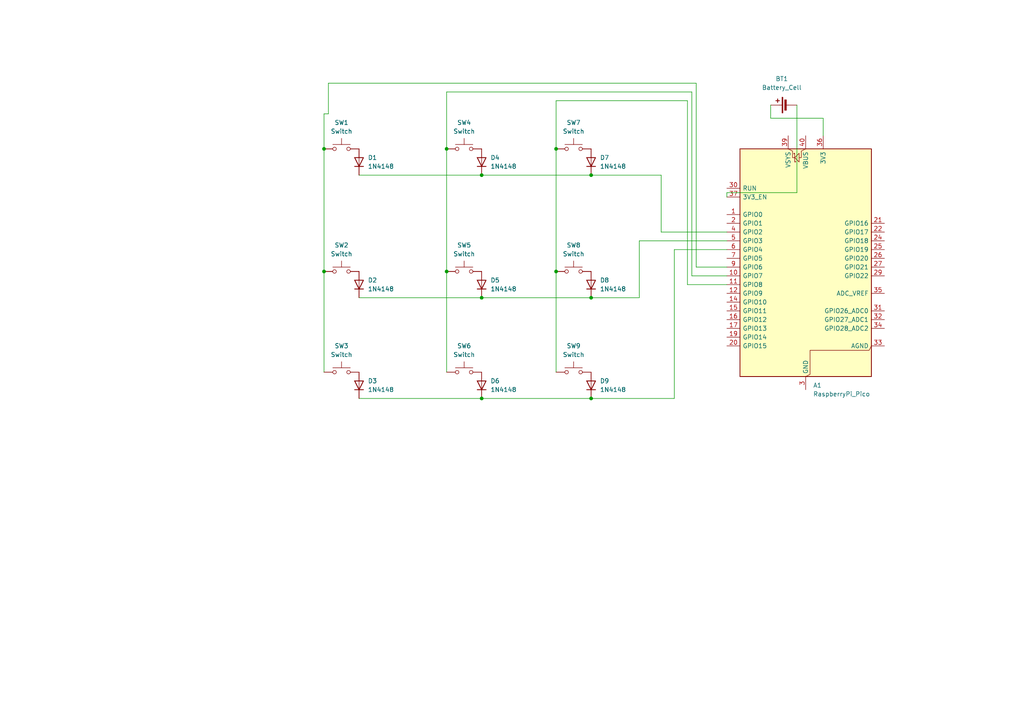
<source format=kicad_sch>
(kicad_sch (version 20250114) (generator "eeschema") (generator_version "9.0")
  (paper "A4")
  (lib_symbols
    (symbol "Device:Battery_Cell" (pin_numbers (hide yes)) (pin_names (offset 0) (hide yes))
      (property "Reference" "BT" (at 2.54 2.54 0))
      (property "Value" "Battery_Cell" (at 2.54 0 0))
      (symbol "Battery_Cell_0_1"
        (rectangle (start -2.286 1.778) (end 2.286 1.524) (fill (type outline)))
        (rectangle (start -1.524 1.016) (end 1.524 0.508) (fill (type outline)))
        (polyline (pts (xy 0 1.778) (xy 0 2.54)))
        (polyline (pts (xy 0 0.762) (xy 0 0)))
        (polyline (pts (xy 0.762 3.048) (xy 1.778 3.048)) (stroke (width 0.254)))
        (polyline (pts (xy 1.27 3.556) (xy 1.27 2.54)) (stroke (width 0.254)))
      )
      (symbol "Battery_Cell_1_1"
        (pin passive line (at 0 5.08 270) (length 2.54) (name "+") (number "1"))
        (pin passive line (at 0 -2.54 90) (length 2.54) (name "-") (number "2"))
      )
    )
    (symbol "Diode:1N4148" (pin_numbers (hide yes)) (pin_names (hide yes))
      (property "Reference" "D" (at 0 2.54 0))
      (property "Value" "1N4148" (at 0 -2.54 0))
      (symbol "1N4148_0_1"
        (polyline (pts (xy -1.27 1.27) (xy -1.27 -1.27)) (stroke (width 0.254)))
        (polyline (pts (xy 1.27 1.27) (xy 1.27 -1.27) (xy -1.27 0) (xy 1.27 1.27)) (stroke (width 0.254)))
        (polyline (pts (xy 1.27 0) (xy -1.27 0)))
      )
      (symbol "1N4148_1_1"
        (pin passive line (at -3.81 0 0) (length 2.54) (name "K") (number "1"))
        (pin passive line (at 3.81 0 180) (length 2.54) (name "A") (number "2"))
      )
    )
    (symbol "MCU_Module:RaspberryPi_Pico" (pin_names (offset 0.762))
      (property "Reference" "A" (at -19.05 35.56 0))
      (property "Value" "RaspberryPi_Pico" (at 7.62 35.56 0))
      (symbol "RaspberryPi_Pico_0_1"
        (rectangle (start -19.05 34.29) (end 19.05 -31.75) (stroke (width 0.254)) (fill (type background)))
        (polyline (pts (xy -5.08 34.29) (xy -3.81 33.655) (xy -3.81 31.75) (xy -3.175 31.75)))
        (polyline (pts (xy -3.429 32.766) (xy -3.429 33.02) (xy -3.175 33.02) (xy -3.175 30.48) (xy -2.921 30.48) (xy -2.921 30.734)))
        (polyline (pts (xy -3.175 31.75) (xy -1.905 33.02) (xy -1.905 30.48) (xy -3.175 31.75)))
        (polyline (pts (xy 0 34.29) (xy -1.27 33.655) (xy -1.27 31.75) (xy -1.905 31.75)))
        (polyline (pts (xy 0 -31.75) (xy 1.27 -31.115) (xy 1.27 -24.13) (xy 18.415 -24.13) (xy 19.05 -22.86)))
      )
      (symbol "RaspberryPi_Pico_1_1"
        (pin passive line (at -22.86 22.86 0) (length 3.81) (name "RUN") (number "30"))
        (pin passive line (at -22.86 20.32 0) (length 3.81) (name "3V3_EN") (number "37"))
        (pin bidirectional line (at -22.86 15.24 0) (length 3.81) (name "GPIO0") (number "1"))
        (pin bidirectional line (at -22.86 12.7 0) (length 3.81) (name "GPIO1") (number "2"))
        (pin bidirectional line (at -22.86 10.16 0) (length 3.81) (name "GPIO2") (number "4"))
        (pin bidirectional line (at -22.86 7.62 0) (length 3.81) (name "GPIO3") (number "5"))
        (pin bidirectional line (at -22.86 5.08 0) (length 3.81) (name "GPIO4") (number "6"))
        (pin bidirectional line (at -22.86 2.54 0) (length 3.81) (name "GPIO5") (number "7"))
        (pin bidirectional line (at -22.86 0 0) (length 3.81) (name "GPIO6") (number "9"))
        (pin bidirectional line (at -22.86 -2.54 0) (length 3.81) (name "GPIO7") (number "10"))
        (pin bidirectional line (at -22.86 -5.08 0) (length 3.81) (name "GPIO8") (number "11"))
        (pin bidirectional line (at -22.86 -7.62 0) (length 3.81) (name "GPIO9") (number "12"))
        (pin bidirectional line (at -22.86 -10.16 0) (length 3.81) (name "GPIO10") (number "14"))
        (pin bidirectional line (at -22.86 -12.7 0) (length 3.81) (name "GPIO11") (number "15"))
        (pin bidirectional line (at -22.86 -15.24 0) (length 3.81) (name "GPIO12") (number "16"))
        (pin bidirectional line (at -22.86 -17.78 0) (length 3.81) (name "GPIO13") (number "17"))
        (pin bidirectional line (at -22.86 -20.32 0) (length 3.81) (name "GPIO14") (number "19"))
        (pin bidirectional line (at -22.86 -22.86 0) (length 3.81) (name "GPIO15") (number "20"))
        (pin power_in line (at -5.08 38.1 270) (length 3.81) (name "VSYS") (number "39"))
        (pin power_out line (at 0 38.1 270) (length 3.81) (name "VBUS") (number "40"))
        (pin passive line (at 0 -35.56 90) (length 3.81) (hide yes) (name "GND") (number "13"))
        (pin passive line (at 0 -35.56 90) (length 3.81) (hide yes) (name "GND") (number "18"))
        (pin passive line (at 0 -35.56 90) (length 3.81) (hide yes) (name "GND") (number "23"))
        (pin passive line (at 0 -35.56 90) (length 3.81) (hide yes) (name "GND") (number "28"))
        (pin power_out line (at 0 -35.56 90) (length 3.81) (name "GND") (number "3"))
        (pin passive line (at 0 -35.56 90) (length 3.81) (hide yes) (name "GND") (number "38"))
        (pin passive line (at 0 -35.56 90) (length 3.81) (hide yes) (name "GND") (number "8"))
        (pin power_out line (at 5.08 38.1 270) (length 3.81) (name "3V3") (number "36"))
        (pin bidirectional line (at 22.86 12.7 180) (length 3.81) (name "GPIO16") (number "21"))
        (pin bidirectional line (at 22.86 10.16 180) (length 3.81) (name "GPIO17") (number "22"))
        (pin bidirectional line (at 22.86 7.62 180) (length 3.81) (name "GPIO18") (number "24"))
        (pin bidirectional line (at 22.86 5.08 180) (length 3.81) (name "GPIO19") (number "25"))
        (pin bidirectional line (at 22.86 2.54 180) (length 3.81) (name "GPIO20") (number "26"))
        (pin bidirectional line (at 22.86 0 180) (length 3.81) (name "GPIO21") (number "27"))
        (pin bidirectional line (at 22.86 -2.54 180) (length 3.81) (name "GPIO22") (number "29"))
        (pin power_in line (at 22.86 -7.62 180) (length 3.81) (name "ADC_VREF") (number "35"))
        (pin bidirectional line (at 22.86 -12.7 180) (length 3.81) (name "GPIO26_ADC0") (number "31"))
        (pin bidirectional line (at 22.86 -15.24 180) (length 3.81) (name "GPIO27_ADC1") (number "32"))
        (pin bidirectional line (at 22.86 -17.78 180) (length 3.81) (name "GPIO28_ADC2") (number "34"))
        (pin power_out line (at 22.86 -22.86 180) (length 3.81) (name "AGND") (number "33"))
      )
    )
    (symbol "ScottoKeebs:Placeholder_Switch" (pin_numbers (hide yes)) (pin_names (offset 1.016) (hide yes))
      (property "Reference" "SW" (at 1.27 2.54 0))
      (property "Value" "Switch" (at 0 -1.524 0))
      (symbol "Placeholder_Switch_0_1"
        (circle (center -2.032 0) (radius 0.508))
        (polyline (pts (xy 0 1.27) (xy 0 3.048)))
        (circle (center 2.032 0) (radius 0.508))
        (polyline (pts (xy 2.54 1.27) (xy -2.54 1.27)))
        (pin passive line (at -5.08 0 0) (length 2.54) (name "1") (number "1"))
        (pin passive line (at 5.08 0 180) (length 2.54) (name "2") (number "2"))
      )
    )
  )
  (junction (at 171.45 115.57))
  (junction (at 161.29 78.74))
  (junction (at 93.98 43.18))
  (junction (at 171.45 50.8))
  (junction (at 161.29 43.18))
  (junction (at 139.7 115.57))
  (junction (at 171.45 86.36))
  (junction (at 93.98 78.74))
  (junction (at 129.54 43.18))
  (junction (at 139.7 86.36))
  (junction (at 139.7 50.8))
  (junction (at 129.54 78.74))
  (wire (pts (xy 95.25 24.13) (xy 201.93 24.13)))
  (wire (pts (xy 191.77 50.8) (xy 191.77 67.31)))
  (wire (pts (xy 195.58 115.57) (xy 195.58 72.39)))
  (wire (pts (xy 95.25 33.02) (xy 95.25 24.13)))
  (wire (pts (xy 139.7 50.8) (xy 171.45 50.8)))
  (wire (pts (xy 185.42 86.36) (xy 171.45 86.36)))
  (wire (pts (xy 210.82 55.88) (xy 210.82 57.15)))
  (wire (pts (xy 200.66 80.01) (xy 210.82 80.01)))
  (wire (pts (xy 199.39 29.21) (xy 199.39 82.55)))
  (wire (pts (xy 185.42 86.36) (xy 185.42 69.85)))
  (wire (pts (xy 200.66 26.67) (xy 200.66 80.01)))
  (wire (pts (xy 104.14 50.8) (xy 139.7 50.8)))
  (wire (pts (xy 129.54 26.67) (xy 200.66 26.67)))
  (wire (pts (xy 95.25 33.02) (xy 93.98 33.02)))
  (wire (pts (xy 238.76 34.29) (xy 238.76 39.37)))
  (wire (pts (xy 129.54 43.18) (xy 129.54 78.74)))
  (wire (pts (xy 93.98 33.02) (xy 93.98 43.18)))
  (wire (pts (xy 231.14 55.88) (xy 210.82 55.88)))
  (wire (pts (xy 231.14 30.48) (xy 231.14 55.88)))
  (wire (pts (xy 139.7 86.36) (xy 171.45 86.36)))
  (wire (pts (xy 161.29 43.18) (xy 161.29 78.74)))
  (wire (pts (xy 104.14 115.57) (xy 139.7 115.57)))
  (wire (pts (xy 195.58 72.39) (xy 210.82 72.39)))
  (wire (pts (xy 93.98 43.18) (xy 93.98 78.74)))
  (wire (pts (xy 139.7 115.57) (xy 171.45 115.57)))
  (wire (pts (xy 199.39 82.55) (xy 210.82 82.55)))
  (wire (pts (xy 185.42 69.85) (xy 210.82 69.85)))
  (wire (pts (xy 129.54 78.74) (xy 129.54 107.95)))
  (wire (pts (xy 201.93 24.13) (xy 201.93 77.47)))
  (wire (pts (xy 171.45 115.57) (xy 195.58 115.57)))
  (wire (pts (xy 161.29 29.21) (xy 161.29 43.18)))
  (wire (pts (xy 93.98 78.74) (xy 93.98 107.95)))
  (wire (pts (xy 201.93 77.47) (xy 210.82 77.47)))
  (wire (pts (xy 223.52 30.48) (xy 223.52 34.29)))
  (wire (pts (xy 129.54 26.67) (xy 129.54 43.18)))
  (wire (pts (xy 104.14 86.36) (xy 139.7 86.36)))
  (wire (pts (xy 223.52 34.29) (xy 238.76 34.29)))
  (wire (pts (xy 161.29 78.74) (xy 161.29 107.95)))
  (wire (pts (xy 161.29 29.21) (xy 199.39 29.21)))
  (wire (pts (xy 171.45 50.8) (xy 191.77 50.8)))
  (wire (pts (xy 191.77 67.31) (xy 210.82 67.31)))
  (symbol (lib_id "Diode:1N4148") (at 171.45 82.55 90) (unit 1)
    (property "Reference" "D8" (at 173.99 81.2799 90) (effects (justify right)))
    (property "Value" "1N4148" (at 173.99 83.8199 90) (effects (justify right)))
    (property "Footprint" "Diode_THT:D_DO-35_SOD27_P7.62mm_Horizontal" (effects (hide yes)))
    (property "Datasheet" "https://assets.nexperia.com/documents/data-sheet/1N4148_1N4448.pdf" (effects (hide yes)))
    (property "Description" "100V 0.15A standard switching diode, DO-35" (effects (hide yes)))
    (property "Sim.Device" "D" (effects (hide yes)))
    (property "Sim.Pins" "1=K 2=A" (effects (hide yes)))
  )
  (symbol (lib_id "Diode:1N4148") (at 139.7 46.99 90) (unit 1)
    (property "Reference" "D4" (at 142.24 45.7199 90) (effects (justify right)))
    (property "Value" "1N4148" (at 142.24 48.2599 90) (effects (justify right)))
    (property "Footprint" "Diode_THT:D_DO-35_SOD27_P7.62mm_Horizontal" (effects (hide yes)))
    (property "Datasheet" "https://assets.nexperia.com/documents/data-sheet/1N4148_1N4448.pdf" (effects (hide yes)))
    (property "Description" "100V 0.15A standard switching diode, DO-35" (effects (hide yes)))
    (property "Sim.Device" "D" (effects (hide yes)))
    (property "Sim.Pins" "1=K 2=A" (effects (hide yes)))
  )
  (symbol (lib_id "ScottoKeebs:Placeholder_Switch") (at 99.06 43.18 0) (unit 1)
    (property "Reference" "SW1" (at 99.06 35.56 0))
    (property "Value" "Switch" (at 99.06 38.1 0))
    (property "Footprint" "ScottoKeebs_MX:MX_PCB_1.00u" (effects (hide yes)))
    (property "Description" "Push button switch, generic, two pins" (effects (hide yes)))
  )
  (symbol (lib_id "Diode:1N4148") (at 139.7 111.76 90) (unit 1)
    (property "Reference" "D6" (at 142.24 110.4899 90) (effects (justify right)))
    (property "Value" "1N4148" (at 142.24 113.0299 90) (effects (justify right)))
    (property "Footprint" "Diode_THT:D_DO-35_SOD27_P7.62mm_Horizontal" (effects (hide yes)))
    (property "Datasheet" "https://assets.nexperia.com/documents/data-sheet/1N4148_1N4448.pdf" (effects (hide yes)))
    (property "Description" "100V 0.15A standard switching diode, DO-35" (effects (hide yes)))
    (property "Sim.Device" "D" (effects (hide yes)))
    (property "Sim.Pins" "1=K 2=A" (effects (hide yes)))
  )
  (symbol (lib_id "Device:Battery_Cell") (at 228.6 30.48 90) (unit 1)
    (property "Reference" "BT1" (at 226.7585 22.86 90))
    (property "Value" "Battery_Cell" (at 226.7585 25.4 90))
    (property "Description" "Single-cell battery" (effects (hide yes)))
  )
  (symbol (lib_id "Diode:1N4148") (at 104.14 46.99 90) (unit 1)
    (property "Reference" "D1" (at 106.68 45.7199 90) (effects (justify right)))
    (property "Value" "1N4148" (at 106.68 48.2599 90) (effects (justify right)))
    (property "Footprint" "Diode_THT:D_DO-35_SOD27_P7.62mm_Horizontal" (effects (hide yes)))
    (property "Datasheet" "https://assets.nexperia.com/documents/data-sheet/1N4148_1N4448.pdf" (effects (hide yes)))
    (property "Description" "100V 0.15A standard switching diode, DO-35" (effects (hide yes)))
    (property "Sim.Device" "D" (effects (hide yes)))
    (property "Sim.Pins" "1=K 2=A" (effects (hide yes)))
  )
  (symbol (lib_id "ScottoKeebs:Placeholder_Switch") (at 166.37 43.18 0) (unit 1)
    (property "Reference" "SW7" (at 166.37 35.56 0))
    (property "Value" "Switch" (at 166.37 38.1 0))
    (property "Footprint" "ScottoKeebs_MX:MX_PCB_1.00u" (effects (hide yes)))
    (property "Description" "Push button switch, generic, two pins" (effects (hide yes)))
  )
  (symbol (lib_id "MCU_Module:RaspberryPi_Pico") (at 233.68 77.47 0) (unit 1)
    (property "Reference" "A1" (at 235.8233 111.76 0) (effects (justify left)))
    (property "Value" "RaspberryPi_Pico" (at 235.8233 114.3 0) (effects (justify left)))
    (property "Footprint" "Module:RaspberryPi_Pico_Common_Unspecified" (effects (hide yes)))
    (property "Datasheet" "https://datasheets.raspberrypi.com/pico/pico-datasheet.pdf" (effects (hide yes)))
    (property "Description" "Versatile and inexpensive microcontroller module powered by RP2040 dual-core Arm Cortex-M0+ processor up to 133 MHz, 264kB SRAM, 2MB QSPI flash; also supports Raspberry Pi Pico 2" (effects (hide yes)))
  )
  (symbol (lib_id "ScottoKeebs:Placeholder_Switch") (at 99.06 107.95 0) (unit 1)
    (property "Reference" "SW3" (at 99.06 100.33 0))
    (property "Value" "Switch" (at 99.06 102.87 0))
    (property "Footprint" "ScottoKeebs_MX:MX_PCB_1.00u" (effects (hide yes)))
    (property "Description" "Push button switch, generic, two pins" (effects (hide yes)))
  )
  (symbol (lib_id "ScottoKeebs:Placeholder_Switch") (at 166.37 107.95 0) (unit 1)
    (property "Reference" "SW9" (at 166.37 100.33 0))
    (property "Value" "Switch" (at 166.37 102.87 0))
    (property "Footprint" "ScottoKeebs_MX:MX_PCB_1.00u" (effects (hide yes)))
    (property "Description" "Push button switch, generic, two pins" (effects (hide yes)))
  )
  (symbol (lib_id "ScottoKeebs:Placeholder_Switch") (at 166.37 78.74 0) (unit 1)
    (property "Reference" "SW8" (at 166.37 71.12 0))
    (property "Value" "Switch" (at 166.37 73.66 0))
    (property "Footprint" "ScottoKeebs_MX:MX_PCB_1.00u" (effects (hide yes)))
    (property "Description" "Push button switch, generic, two pins" (effects (hide yes)))
  )
  (symbol (lib_id "Diode:1N4148") (at 104.14 82.55 90) (unit 1)
    (property "Reference" "D2" (at 106.68 81.2799 90) (effects (justify right)))
    (property "Value" "1N4148" (at 106.68 83.8199 90) (effects (justify right)))
    (property "Footprint" "Diode_THT:D_DO-35_SOD27_P7.62mm_Horizontal" (effects (hide yes)))
    (property "Datasheet" "https://assets.nexperia.com/documents/data-sheet/1N4148_1N4448.pdf" (effects (hide yes)))
    (property "Description" "100V 0.15A standard switching diode, DO-35" (effects (hide yes)))
    (property "Sim.Device" "D" (effects (hide yes)))
    (property "Sim.Pins" "1=K 2=A" (effects (hide yes)))
  )
  (symbol (lib_id "Diode:1N4148") (at 171.45 46.99 90) (unit 1)
    (property "Reference" "D7" (at 173.99 45.7199 90) (effects (justify right)))
    (property "Value" "1N4148" (at 173.99 48.2599 90) (effects (justify right)))
    (property "Footprint" "Diode_THT:D_DO-35_SOD27_P7.62mm_Horizontal" (effects (hide yes)))
    (property "Datasheet" "https://assets.nexperia.com/documents/data-sheet/1N4148_1N4448.pdf" (effects (hide yes)))
    (property "Description" "100V 0.15A standard switching diode, DO-35" (effects (hide yes)))
    (property "Sim.Device" "D" (effects (hide yes)))
    (property "Sim.Pins" "1=K 2=A" (effects (hide yes)))
  )
  (symbol (lib_id "Diode:1N4148") (at 171.45 111.76 90) (unit 1)
    (property "Reference" "D9" (at 173.99 110.4899 90) (effects (justify right)))
    (property "Value" "1N4148" (at 173.99 113.0299 90) (effects (justify right)))
    (property "Footprint" "Diode_THT:D_DO-35_SOD27_P7.62mm_Horizontal" (effects (hide yes)))
    (property "Datasheet" "https://assets.nexperia.com/documents/data-sheet/1N4148_1N4448.pdf" (effects (hide yes)))
    (property "Description" "100V 0.15A standard switching diode, DO-35" (effects (hide yes)))
    (property "Sim.Device" "D" (effects (hide yes)))
    (property "Sim.Pins" "1=K 2=A" (effects (hide yes)))
  )
  (symbol (lib_id "Diode:1N4148") (at 104.14 111.76 90) (unit 1)
    (property "Reference" "D3" (at 106.68 110.4899 90) (effects (justify right)))
    (property "Value" "1N4148" (at 106.68 113.0299 90) (effects (justify right)))
    (property "Footprint" "Diode_THT:D_DO-35_SOD27_P7.62mm_Horizontal" (effects (hide yes)))
    (property "Datasheet" "https://assets.nexperia.com/documents/data-sheet/1N4148_1N4448.pdf" (effects (hide yes)))
    (property "Description" "100V 0.15A standard switching diode, DO-35" (effects (hide yes)))
    (property "Sim.Device" "D" (effects (hide yes)))
    (property "Sim.Pins" "1=K 2=A" (effects (hide yes)))
  )
  (symbol (lib_id "ScottoKeebs:Placeholder_Switch") (at 99.06 78.74 0) (unit 1)
    (property "Reference" "SW2" (at 99.06 71.12 0))
    (property "Value" "Switch" (at 99.06 73.66 0))
    (property "Footprint" "ScottoKeebs_MX:MX_PCB_1.00u" (effects (hide yes)))
    (property "Description" "Push button switch, generic, two pins" (effects (hide yes)))
  )
  (symbol (lib_id "ScottoKeebs:Placeholder_Switch") (at 134.62 78.74 0) (unit 1)
    (property "Reference" "SW5" (at 134.62 71.12 0))
    (property "Value" "Switch" (at 134.62 73.66 0))
    (property "Footprint" "ScottoKeebs_MX:MX_PCB_1.00u" (effects (hide yes)))
    (property "Description" "Push button switch, generic, two pins" (effects (hide yes)))
  )
  (symbol (lib_id "ScottoKeebs:Placeholder_Switch") (at 134.62 107.95 0) (unit 1)
    (property "Reference" "SW6" (at 134.62 100.33 0))
    (property "Value" "Switch" (at 134.62 102.87 0))
    (property "Footprint" "ScottoKeebs_MX:MX_PCB_1.00u" (effects (hide yes)))
    (property "Description" "Push button switch, generic, two pins" (effects (hide yes)))
  )
  (symbol (lib_id "ScottoKeebs:Placeholder_Switch") (at 134.62 43.18 0) (unit 1)
    (property "Reference" "SW4" (at 134.62 35.56 0))
    (property "Value" "Switch" (at 134.62 38.1 0))
    (property "Footprint" "ScottoKeebs_MX:MX_PCB_1.00u" (effects (hide yes)))
    (property "Description" "Push button switch, generic, two pins" (effects (hide yes)))
  )
  (symbol (lib_id "Diode:1N4148") (at 139.7 82.55 90) (unit 1)
    (property "Reference" "D5" (at 142.24 81.2799 90) (effects (justify right)))
    (property "Value" "1N4148" (at 142.24 83.8199 90) (effects (justify right)))
    (property "Footprint" "Diode_THT:D_DO-35_SOD27_P7.62mm_Horizontal" (effects (hide yes)))
    (property "Datasheet" "https://assets.nexperia.com/documents/data-sheet/1N4148_1N4448.pdf" (effects (hide yes)))
    (property "Description" "100V 0.15A standard switching diode, DO-35" (effects (hide yes)))
    (property "Sim.Device" "D" (effects (hide yes)))
    (property "Sim.Pins" "1=K 2=A" (effects (hide yes)))
  )
)
</source>
